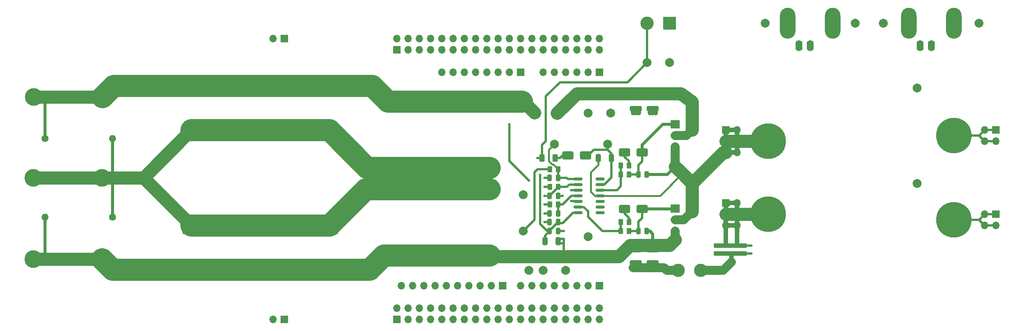
<source format=gbr>
%TF.GenerationSoftware,KiCad,Pcbnew,8.0.8*%
%TF.CreationDate,2025-01-31T18:41:33-06:00*%
%TF.ProjectId,ST2402,53543234-3032-42e6-9b69-6361645f7063,0*%
%TF.SameCoordinates,Original*%
%TF.FileFunction,Copper,L1,Top*%
%TF.FilePolarity,Positive*%
%FSLAX46Y46*%
G04 Gerber Fmt 4.6, Leading zero omitted, Abs format (unit mm)*
G04 Created by KiCad (PCBNEW 8.0.8) date 2025-01-31 18:41:33*
%MOMM*%
%LPD*%
G01*
G04 APERTURE LIST*
G04 Aperture macros list*
%AMRoundRect*
0 Rectangle with rounded corners*
0 $1 Rounding radius*
0 $2 $3 $4 $5 $6 $7 $8 $9 X,Y pos of 4 corners*
0 Add a 4 corners polygon primitive as box body*
4,1,4,$2,$3,$4,$5,$6,$7,$8,$9,$2,$3,0*
0 Add four circle primitives for the rounded corners*
1,1,$1+$1,$2,$3*
1,1,$1+$1,$4,$5*
1,1,$1+$1,$6,$7*
1,1,$1+$1,$8,$9*
0 Add four rect primitives between the rounded corners*
20,1,$1+$1,$2,$3,$4,$5,0*
20,1,$1+$1,$4,$5,$6,$7,0*
20,1,$1+$1,$6,$7,$8,$9,0*
20,1,$1+$1,$8,$9,$2,$3,0*%
G04 Aperture macros list end*
%TA.AperFunction,ComponentPad*%
%ADD10C,2.000000*%
%TD*%
%TA.AperFunction,SMDPad,CuDef*%
%ADD11RoundRect,0.250000X-0.262500X-0.450000X0.262500X-0.450000X0.262500X0.450000X-0.262500X0.450000X0*%
%TD*%
%TA.AperFunction,ComponentPad*%
%ADD12R,1.700000X1.700000*%
%TD*%
%TA.AperFunction,ComponentPad*%
%ADD13O,1.700000X1.700000*%
%TD*%
%TA.AperFunction,ComponentPad*%
%ADD14C,2.400000*%
%TD*%
%TA.AperFunction,SMDPad,CuDef*%
%ADD15RoundRect,0.250000X0.450000X-0.262500X0.450000X0.262500X-0.450000X0.262500X-0.450000X-0.262500X0*%
%TD*%
%TA.AperFunction,ComponentPad*%
%ADD16R,2.000000X1.905000*%
%TD*%
%TA.AperFunction,ComponentPad*%
%ADD17O,2.000000X1.905000*%
%TD*%
%TA.AperFunction,ComponentPad*%
%ADD18C,8.000000*%
%TD*%
%TA.AperFunction,SMDPad,CuDef*%
%ADD19RoundRect,0.250000X-0.250000X-0.475000X0.250000X-0.475000X0.250000X0.475000X-0.250000X0.475000X0*%
%TD*%
%TA.AperFunction,ComponentPad*%
%ADD20C,3.000000*%
%TD*%
%TA.AperFunction,SMDPad,CuDef*%
%ADD21RoundRect,0.250000X0.250000X0.475000X-0.250000X0.475000X-0.250000X-0.475000X0.250000X-0.475000X0*%
%TD*%
%TA.AperFunction,ComponentPad*%
%ADD22R,3.000000X3.000000*%
%TD*%
%TA.AperFunction,SMDPad,CuDef*%
%ADD23RoundRect,0.250000X0.262500X0.450000X-0.262500X0.450000X-0.262500X-0.450000X0.262500X-0.450000X0*%
%TD*%
%TA.AperFunction,SMDPad,CuDef*%
%ADD24RoundRect,0.250000X1.100000X-0.325000X1.100000X0.325000X-1.100000X0.325000X-1.100000X-0.325000X0*%
%TD*%
%TA.AperFunction,ComponentPad*%
%ADD25O,3.500000X7.000000*%
%TD*%
%TA.AperFunction,ComponentPad*%
%ADD26O,1.600000X2.500000*%
%TD*%
%TA.AperFunction,ComponentPad*%
%ADD27C,1.600000*%
%TD*%
%TA.AperFunction,ComponentPad*%
%ADD28O,1.600000X1.600000*%
%TD*%
%TA.AperFunction,SMDPad,CuDef*%
%ADD29RoundRect,0.250000X-1.000000X-0.650000X1.000000X-0.650000X1.000000X0.650000X-1.000000X0.650000X0*%
%TD*%
%TA.AperFunction,SMDPad,CuDef*%
%ADD30RoundRect,0.150000X-0.825000X-0.150000X0.825000X-0.150000X0.825000X0.150000X-0.825000X0.150000X0*%
%TD*%
%TA.AperFunction,ComponentPad*%
%ADD31R,4.000000X4.000000*%
%TD*%
%TA.AperFunction,ComponentPad*%
%ADD32C,4.000000*%
%TD*%
%TA.AperFunction,SMDPad,CuDef*%
%ADD33RoundRect,0.250000X1.000000X0.650000X-1.000000X0.650000X-1.000000X-0.650000X1.000000X-0.650000X0*%
%TD*%
%TA.AperFunction,SMDPad,CuDef*%
%ADD34RoundRect,0.250000X0.325000X0.650000X-0.325000X0.650000X-0.325000X-0.650000X0.325000X-0.650000X0*%
%TD*%
%TA.AperFunction,SMDPad,CuDef*%
%ADD35RoundRect,0.250000X-1.100000X0.325000X-1.100000X-0.325000X1.100000X-0.325000X1.100000X0.325000X0*%
%TD*%
%TA.AperFunction,SMDPad,CuDef*%
%ADD36RoundRect,0.250000X-0.325000X-0.650000X0.325000X-0.650000X0.325000X0.650000X-0.325000X0.650000X0*%
%TD*%
%TA.AperFunction,SMDPad,CuDef*%
%ADD37RoundRect,0.250000X-0.312500X-0.625000X0.312500X-0.625000X0.312500X0.625000X-0.312500X0.625000X0*%
%TD*%
%TA.AperFunction,ViaPad*%
%ADD38C,0.600000*%
%TD*%
%TA.AperFunction,ViaPad*%
%ADD39C,2.000000*%
%TD*%
%TA.AperFunction,Conductor*%
%ADD40C,0.500000*%
%TD*%
%TA.AperFunction,Conductor*%
%ADD41C,3.000000*%
%TD*%
%TA.AperFunction,Conductor*%
%ADD42C,5.000000*%
%TD*%
%TA.AperFunction,Conductor*%
%ADD43C,0.700000*%
%TD*%
%TA.AperFunction,Conductor*%
%ADD44C,2.000000*%
%TD*%
%TA.AperFunction,Conductor*%
%ADD45C,0.400000*%
%TD*%
%TA.AperFunction,Conductor*%
%ADD46C,1.000000*%
%TD*%
G04 APERTURE END LIST*
D10*
%TO.P,F2,1*%
%TO.N,FIX_B*%
X165735000Y-82550000D03*
%TO.P,F2,2*%
%TO.N,Net-(J16-Pin_1)*%
X160655000Y-82540000D03*
%TD*%
D11*
%TO.P,R18,1*%
%TO.N,5V*%
X152070000Y-99220000D03*
%TO.P,R18,2*%
%TO.N,SD*%
X153895000Y-99220000D03*
%TD*%
D12*
%TO.P,J11,1,Pin_1*%
%TO.N,Net-(J11-Pin_1)*%
X252750000Y-105430000D03*
D13*
%TO.P,J11,2,Pin_2*%
X250210000Y-105430000D03*
%TO.P,J11,3,Pin_3*%
X252750000Y-107970000D03*
%TO.P,J11,4,Pin_4*%
X250210000Y-107970000D03*
%TD*%
D14*
%TO.P,C16,1*%
%TO.N,Net-(J15-Pin_1)*%
X138430000Y-79890000D03*
%TO.P,C16,2*%
%TO.N,Net-(J16-Pin_1)*%
X138430000Y-94890000D03*
%TD*%
D15*
%TO.P,R3,1*%
%TO.N,Net-(J18-Pin_1)*%
X193818000Y-114300000D03*
%TO.P,R3,2*%
%TO.N,Net-(J19-In)*%
X193818000Y-112475000D03*
%TD*%
D10*
%TO.P,TP3,1,1*%
%TO.N,PWM*%
X147320000Y-118110000D03*
%TD*%
D16*
%TO.P,Q1,1,G*%
%TO.N,Net-(D1-A)*%
X180340000Y-85090000D03*
D17*
%TO.P,Q1,2,D*%
%TO.N,Net-(Q1-D)*%
X180340000Y-87630000D03*
%TO.P,Q1,3,S*%
%TO.N,FIX_A*%
X180340000Y-90170000D03*
%TD*%
D12*
%TO.P,J22,1,Pin_1*%
%TO.N,Net-(J19-In)*%
X191765000Y-102885000D03*
D13*
%TO.P,J22,2,Pin_2*%
X194305000Y-102885000D03*
%TO.P,J22,3,Pin_3*%
X191765000Y-105425000D03*
%TO.P,J22,4,Pin_4*%
X194305000Y-105425000D03*
%TO.P,J22,5,Pin_5*%
X191765000Y-107965000D03*
%TO.P,J22,6,Pin_6*%
X194305000Y-107965000D03*
%TD*%
D12*
%TO.P,J2,1,Pin_1*%
%TO.N,unconnected-(J2-Pin_1-Pad1)*%
X117475000Y-68275000D03*
D13*
%TO.P,J2,2,Pin_2*%
%TO.N,unconnected-(J2-Pin_2-Pad2)*%
X117475000Y-65735000D03*
%TO.P,J2,3,Pin_3*%
%TO.N,unconnected-(J2-Pin_3-Pad3)*%
X120015000Y-68275000D03*
%TO.P,J2,4,Pin_4*%
%TO.N,unconnected-(J2-Pin_4-Pad4)*%
X120015000Y-65735000D03*
%TO.P,J2,5,Pin_5*%
%TO.N,unconnected-(J2-Pin_5-Pad5)*%
X122555000Y-68275000D03*
%TO.P,J2,6,Pin_6*%
%TO.N,unconnected-(J2-Pin_6-Pad6)*%
X122555000Y-65735000D03*
%TO.P,J2,7,Pin_7*%
%TO.N,unconnected-(J2-Pin_7-Pad7)*%
X125095000Y-68275000D03*
%TO.P,J2,8,Pin_8*%
%TO.N,unconnected-(J2-Pin_8-Pad8)*%
X125095000Y-65735000D03*
%TO.P,J2,9,Pin_9*%
%TO.N,unconnected-(J2-Pin_9-Pad9)*%
X127635000Y-68275000D03*
%TO.P,J2,10,Pin_10*%
%TO.N,unconnected-(J2-Pin_10-Pad10)*%
X127635000Y-65735000D03*
%TO.P,J2,11,Pin_11*%
%TO.N,unconnected-(J2-Pin_11-Pad11)*%
X130175000Y-68275000D03*
%TO.P,J2,12,Pin_12*%
%TO.N,unconnected-(J2-Pin_12-Pad12)*%
X130175000Y-65735000D03*
%TO.P,J2,13,Pin_13*%
%TO.N,unconnected-(J2-Pin_13-Pad13)*%
X132715000Y-68275000D03*
%TO.P,J2,14,Pin_14*%
%TO.N,unconnected-(J2-Pin_14-Pad14)*%
X132715000Y-65735000D03*
%TO.P,J2,15,Pin_15*%
%TO.N,unconnected-(J2-Pin_15-Pad15)*%
X135255000Y-68275000D03*
%TO.P,J2,16,Pin_16*%
%TO.N,unconnected-(J2-Pin_16-Pad16)*%
X135255000Y-65735000D03*
%TO.P,J2,17,Pin_17*%
%TO.N,unconnected-(J2-Pin_17-Pad17)*%
X137795000Y-68275000D03*
%TO.P,J2,18,Pin_18*%
%TO.N,unconnected-(J2-Pin_18-Pad18)*%
X137795000Y-65735000D03*
%TO.P,J2,19,Pin_19*%
%TO.N,unconnected-(J2-Pin_19-Pad19)*%
X140335000Y-68275000D03*
%TO.P,J2,20,Pin_20*%
%TO.N,unconnected-(J2-Pin_20-Pad20)*%
X140335000Y-65735000D03*
%TO.P,J2,21,Pin_21*%
%TO.N,unconnected-(J2-Pin_21-Pad21)*%
X142875000Y-68275000D03*
%TO.P,J2,22,Pin_22*%
%TO.N,unconnected-(J2-Pin_22-Pad22)*%
X142875000Y-65735000D03*
%TO.P,J2,23,Pin_23*%
%TO.N,unconnected-(J2-Pin_23-Pad23)*%
X145415000Y-68275000D03*
%TO.P,J2,24,Pin_24*%
%TO.N,unconnected-(J2-Pin_24-Pad24)*%
X145415000Y-65735000D03*
%TO.P,J2,25,Pin_25*%
%TO.N,unconnected-(J2-Pin_25-Pad25)*%
X147955000Y-68275000D03*
%TO.P,J2,26,Pin_26*%
%TO.N,unconnected-(J2-Pin_26-Pad26)*%
X147955000Y-65735000D03*
%TO.P,J2,27,Pin_27*%
%TO.N,unconnected-(J2-Pin_27-Pad27)*%
X150495000Y-68275000D03*
%TO.P,J2,28,Pin_28*%
%TO.N,unconnected-(J2-Pin_28-Pad28)*%
X150495000Y-65735000D03*
%TO.P,J2,29,Pin_29*%
%TO.N,unconnected-(J2-Pin_29-Pad29)*%
X153035000Y-68275000D03*
%TO.P,J2,30,Pin_30*%
%TO.N,unconnected-(J2-Pin_30-Pad30)*%
X153035000Y-65735000D03*
%TO.P,J2,31,Pin_31*%
%TO.N,unconnected-(J2-Pin_31-Pad31)*%
X155575000Y-68275000D03*
%TO.P,J2,32,Pin_32*%
%TO.N,unconnected-(J2-Pin_32-Pad32)*%
X155575000Y-65735000D03*
%TO.P,J2,33,Pin_33*%
%TO.N,unconnected-(J2-Pin_33-Pad33)*%
X158115000Y-68275000D03*
%TO.P,J2,34,Pin_34*%
%TO.N,unconnected-(J2-Pin_34-Pad34)*%
X158115000Y-65735000D03*
%TO.P,J2,35,Pin_35*%
%TO.N,unconnected-(J2-Pin_35-Pad35)*%
X160655000Y-68275000D03*
%TO.P,J2,36,Pin_36*%
%TO.N,unconnected-(J2-Pin_36-Pad36)*%
X160655000Y-65735000D03*
%TO.P,J2,37,Pin_37*%
%TO.N,unconnected-(J2-Pin_37-Pad37)*%
X163195000Y-68275000D03*
%TO.P,J2,38,Pin_38*%
%TO.N,unconnected-(J2-Pin_38-Pad38)*%
X163195000Y-65735000D03*
%TD*%
D12*
%TO.P,J12,1,Pin_1*%
%TO.N,Net-(J12-Pin_1)*%
X252750000Y-86380000D03*
D13*
%TO.P,J12,2,Pin_2*%
X250210000Y-86380000D03*
%TO.P,J12,3,Pin_3*%
X252750000Y-88920000D03*
%TO.P,J12,4,Pin_4*%
X250210000Y-88920000D03*
%TD*%
D12*
%TO.P,J4,1,Pin_1*%
%TO.N,unconnected-(J4-Pin_1-Pad1)*%
X145415000Y-73355000D03*
D13*
%TO.P,J4,2,Pin_2*%
%TO.N,unconnected-(J4-Pin_2-Pad2)*%
X142875000Y-73355000D03*
%TO.P,J4,3,Pin_3*%
%TO.N,GND*%
X140335000Y-73355000D03*
%TO.P,J4,4,Pin_4*%
%TO.N,5V*%
X137795000Y-73355000D03*
%TO.P,J4,5,Pin_5*%
%TO.N,unconnected-(J4-Pin_5-Pad5)*%
X135255000Y-73355000D03*
%TO.P,J4,6,Pin_6*%
%TO.N,unconnected-(J4-Pin_6-Pad6)*%
X132715000Y-73355000D03*
%TO.P,J4,7,Pin_7*%
%TO.N,unconnected-(J4-Pin_7-Pad7)*%
X130175000Y-73355000D03*
%TO.P,J4,8,Pin_8*%
%TO.N,unconnected-(J4-Pin_8-Pad8)*%
X127635000Y-73355000D03*
%TD*%
D18*
%TO.P,TP18,1,1*%
%TO.N,Net-(J12-Pin_1)*%
X243205000Y-87630000D03*
%TD*%
D19*
%TO.P,C8,1*%
%TO.N,Net-(D1-A)*%
X171995000Y-96425000D03*
%TO.P,C8,2*%
%TO.N,FIX_A*%
X173895000Y-96425000D03*
%TD*%
D11*
%TO.P,R21,1*%
%TO.N,Net-(U1-HVG)*%
X168055000Y-94425000D03*
%TO.P,R21,2*%
%TO.N,Net-(D1-K)*%
X169880000Y-94425000D03*
%TD*%
D20*
%TO.P,J14,1,Pin_1*%
%TO.N,FIX_B*%
X180975000Y-118110000D03*
%TD*%
D21*
%TO.P,C3,1*%
%TO.N,Net-(J9-Pin_2)*%
X153895000Y-107220000D03*
%TO.P,C3,2*%
%TO.N,GND*%
X151995000Y-107220000D03*
%TD*%
D22*
%TO.P,J9,1,Pin_1*%
%TO.N,GND*%
X179070000Y-62230000D03*
D20*
%TO.P,J9,2,Pin_2*%
%TO.N,Net-(J9-Pin_2)*%
X173990000Y-62230000D03*
%TD*%
D14*
%TO.P,C12,1*%
%TO.N,Net-(J15-Pin_1)*%
X126365000Y-79890000D03*
%TO.P,C12,2*%
%TO.N,Net-(J16-Pin_1)*%
X126365000Y-94890000D03*
%TD*%
D19*
%TO.P,C6,1*%
%TO.N,SD*%
X151995000Y-101220000D03*
%TO.P,C6,2*%
%TO.N,GND*%
X153895000Y-101220000D03*
%TD*%
D10*
%TO.P,TP6,1,1*%
%TO.N,FIX_A*%
X184150000Y-97790000D03*
%TD*%
D21*
%TO.P,C1,1*%
%TO.N,Net-(U1-IN)*%
X153895000Y-97220000D03*
%TO.P,C1,2*%
%TO.N,GND*%
X151995000Y-97220000D03*
%TD*%
D10*
%TO.P,F1,1*%
%TO.N,Net-(Q1-D)*%
X153670000Y-82560000D03*
%TO.P,F1,2*%
%TO.N,Net-(J15-Pin_1)*%
X148590000Y-82550000D03*
%TD*%
D11*
%TO.P,R23,1*%
%TO.N,Net-(U1-HVG)*%
X168055000Y-96425000D03*
%TO.P,R23,2*%
%TO.N,Net-(D1-A)*%
X169880000Y-96425000D03*
%TD*%
D23*
%TO.P,R19,1*%
%TO.N,Net-(U1-DT)*%
X153895000Y-103220000D03*
%TO.P,R19,2*%
%TO.N,GND*%
X152070000Y-103220000D03*
%TD*%
D24*
%TO.P,C19,1*%
%TO.N,FIX_B*%
X171450000Y-116410000D03*
%TO.P,C19,2*%
%TO.N,GND*%
X171450000Y-113460000D03*
%TD*%
D25*
%TO.P,J19,2,Ext*%
%TO.N,Net-(J18-Pin_1)*%
X215900000Y-62230000D03*
D26*
X208280000Y-67310000D03*
D25*
X205740000Y-62230000D03*
D26*
%TO.P,J19,1,In*%
%TO.N,Net-(J19-In)*%
X210820000Y-67310000D03*
%TD*%
D23*
%TO.P,R22,1*%
%TO.N,Net-(D2-K)*%
X169895000Y-107220000D03*
%TO.P,R22,2*%
%TO.N,Net-(U1-LVG)*%
X168070000Y-107220000D03*
%TD*%
D27*
%TO.P,R9,1*%
%TO.N,Net-(J15-Pin_1)*%
X38100000Y-88265000D03*
D28*
%TO.P,R9,2*%
%TO.N,Net-(J16-Pin_1)*%
X53340000Y-88265000D03*
%TD*%
D19*
%TO.P,C4,1*%
%TO.N,Net-(J9-Pin_2)*%
X151995000Y-109220000D03*
%TO.P,C4,2*%
%TO.N,GND*%
X153895000Y-109220000D03*
%TD*%
D29*
%TO.P,D2,1,K*%
%TO.N,Net-(D2-K)*%
X168895000Y-104220000D03*
%TO.P,D2,2,A*%
%TO.N,Net-(D2-A)*%
X172895000Y-104220000D03*
%TD*%
D25*
%TO.P,J13,2,Ext*%
%TO.N,Net-(J12-Pin_1)*%
X243205000Y-62230000D03*
D26*
X235585000Y-67310000D03*
D25*
X233045000Y-62230000D03*
D26*
%TO.P,J13,1,In*%
%TO.N,Net-(J11-Pin_1)*%
X238125000Y-67310000D03*
%TD*%
D18*
%TO.P,TP17,1,1*%
%TO.N,Net-(J19-In)*%
X201295000Y-105410000D03*
%TD*%
D30*
%TO.P,U1,1,IN*%
%TO.N,Net-(U1-IN)*%
X158420000Y-97410000D03*
%TO.P,U1,2,~{SD}*%
%TO.N,SD*%
X158420000Y-98680000D03*
%TO.P,U1,3,SGND*%
%TO.N,GND*%
X158420000Y-99950000D03*
%TO.P,U1,4,DT*%
%TO.N,Net-(U1-DT)*%
X158420000Y-101220000D03*
%TO.P,U1,5,PGND*%
%TO.N,GND*%
X158420000Y-102490000D03*
%TO.P,U1,6,LVG*%
%TO.N,Net-(U1-LVG)*%
X158420000Y-103760000D03*
%TO.P,U1,7,VCC*%
%TO.N,Net-(J9-Pin_2)*%
X158420000Y-105030000D03*
%TO.P,U1,8,NC*%
%TO.N,unconnected-(U1-NC-Pad8)*%
X163370000Y-105030000D03*
%TO.P,U1,9,NC*%
%TO.N,unconnected-(U1-NC-Pad9)*%
X163370000Y-103760000D03*
%TO.P,U1,10,NC*%
%TO.N,unconnected-(U1-NC-Pad10)*%
X163370000Y-102490000D03*
%TO.P,U1,11,OUT*%
%TO.N,FIX_A*%
X163370000Y-101220000D03*
%TO.P,U1,12,HVG*%
%TO.N,Net-(U1-HVG)*%
X163370000Y-99950000D03*
%TO.P,U1,13,BOOT*%
%TO.N,Net-(D3-K)*%
X163370000Y-98680000D03*
%TO.P,U1,14,NC*%
%TO.N,unconnected-(U1-NC-Pad14)*%
X163370000Y-97410000D03*
%TD*%
D10*
%TO.P,TP14,1,1*%
%TO.N,Net-(J19-In)*%
X200660000Y-62230000D03*
%TD*%
D31*
%TO.P,C14,1*%
%TO.N,Net-(J16-Pin_1)*%
X102235000Y-107950000D03*
D32*
%TO.P,C14,2*%
%TO.N,GND*%
X102235000Y-117950000D03*
%TD*%
D12*
%TO.P,J1,1,Pin_1*%
%TO.N,unconnected-(J1-Pin_1-Pad1)*%
X117475000Y-129185000D03*
D13*
%TO.P,J1,2,Pin_2*%
%TO.N,unconnected-(J1-Pin_2-Pad2)*%
X117475000Y-126645000D03*
%TO.P,J1,3,Pin_3*%
%TO.N,unconnected-(J1-Pin_3-Pad3)*%
X120015000Y-129185000D03*
%TO.P,J1,4,Pin_4*%
%TO.N,unconnected-(J1-Pin_4-Pad4)*%
X120015000Y-126645000D03*
%TO.P,J1,5,Pin_5*%
%TO.N,unconnected-(J1-Pin_5-Pad5)*%
X122555000Y-129185000D03*
%TO.P,J1,6,Pin_6*%
%TO.N,unconnected-(J1-Pin_6-Pad6)*%
X122555000Y-126645000D03*
%TO.P,J1,7,Pin_7*%
%TO.N,unconnected-(J1-Pin_7-Pad7)*%
X125095000Y-129185000D03*
%TO.P,J1,8,Pin_8*%
%TO.N,unconnected-(J1-Pin_8-Pad8)*%
X125095000Y-126645000D03*
%TO.P,J1,9,Pin_9*%
%TO.N,unconnected-(J1-Pin_9-Pad9)*%
X127635000Y-129185000D03*
%TO.P,J1,10,Pin_10*%
%TO.N,unconnected-(J1-Pin_10-Pad10)*%
X127635000Y-126645000D03*
%TO.P,J1,11,Pin_11*%
%TO.N,unconnected-(J1-Pin_11-Pad11)*%
X130175000Y-129185000D03*
%TO.P,J1,12,Pin_12*%
%TO.N,unconnected-(J1-Pin_12-Pad12)*%
X130175000Y-126645000D03*
%TO.P,J1,13,Pin_13*%
%TO.N,unconnected-(J1-Pin_13-Pad13)*%
X132715000Y-129185000D03*
%TO.P,J1,14,Pin_14*%
%TO.N,unconnected-(J1-Pin_14-Pad14)*%
X132715000Y-126645000D03*
%TO.P,J1,15,Pin_15*%
%TO.N,unconnected-(J1-Pin_15-Pad15)*%
X135255000Y-129185000D03*
%TO.P,J1,16,Pin_16*%
%TO.N,unconnected-(J1-Pin_16-Pad16)*%
X135255000Y-126645000D03*
%TO.P,J1,17,Pin_17*%
%TO.N,unconnected-(J1-Pin_17-Pad17)*%
X137795000Y-129185000D03*
%TO.P,J1,18,Pin_18*%
%TO.N,unconnected-(J1-Pin_18-Pad18)*%
X137795000Y-126645000D03*
%TO.P,J1,19,Pin_19*%
%TO.N,unconnected-(J1-Pin_19-Pad19)*%
X140335000Y-129185000D03*
%TO.P,J1,20,Pin_20*%
%TO.N,unconnected-(J1-Pin_20-Pad20)*%
X140335000Y-126645000D03*
%TO.P,J1,21,Pin_21*%
%TO.N,unconnected-(J1-Pin_21-Pad21)*%
X142875000Y-129185000D03*
%TO.P,J1,22,Pin_22*%
%TO.N,unconnected-(J1-Pin_22-Pad22)*%
X142875000Y-126645000D03*
%TO.P,J1,23,Pin_23*%
%TO.N,unconnected-(J1-Pin_23-Pad23)*%
X145415000Y-129185000D03*
%TO.P,J1,24,Pin_24*%
%TO.N,unconnected-(J1-Pin_24-Pad24)*%
X145415000Y-126645000D03*
%TO.P,J1,25,Pin_25*%
%TO.N,unconnected-(J1-Pin_25-Pad25)*%
X147955000Y-129185000D03*
%TO.P,J1,26,Pin_26*%
%TO.N,unconnected-(J1-Pin_26-Pad26)*%
X147955000Y-126645000D03*
%TO.P,J1,27,Pin_27*%
%TO.N,unconnected-(J1-Pin_27-Pad27)*%
X150495000Y-129185000D03*
%TO.P,J1,28,Pin_28*%
%TO.N,unconnected-(J1-Pin_28-Pad28)*%
X150495000Y-126645000D03*
%TO.P,J1,29,Pin_29*%
%TO.N,unconnected-(J1-Pin_29-Pad29)*%
X153035000Y-129185000D03*
%TO.P,J1,30,Pin_30*%
%TO.N,unconnected-(J1-Pin_30-Pad30)*%
X153035000Y-126645000D03*
%TO.P,J1,31,Pin_31*%
%TO.N,unconnected-(J1-Pin_31-Pad31)*%
X155575000Y-129185000D03*
%TO.P,J1,32,Pin_32*%
%TO.N,unconnected-(J1-Pin_32-Pad32)*%
X155575000Y-126645000D03*
%TO.P,J1,33,Pin_33*%
%TO.N,unconnected-(J1-Pin_33-Pad33)*%
X158115000Y-129185000D03*
%TO.P,J1,34,Pin_34*%
%TO.N,unconnected-(J1-Pin_34-Pad34)*%
X158115000Y-126645000D03*
%TO.P,J1,35,Pin_35*%
%TO.N,unconnected-(J1-Pin_35-Pad35)*%
X160655000Y-129185000D03*
%TO.P,J1,36,Pin_36*%
%TO.N,unconnected-(J1-Pin_36-Pad36)*%
X160655000Y-126645000D03*
%TO.P,J1,37,Pin_37*%
%TO.N,unconnected-(J1-Pin_37-Pad37)*%
X163195000Y-129185000D03*
%TO.P,J1,38,Pin_38*%
%TO.N,unconnected-(J1-Pin_38-Pad38)*%
X163195000Y-126645000D03*
%TD*%
D11*
%TO.P,R24,1*%
%TO.N,Net-(U1-LVG)*%
X168070000Y-109220000D03*
%TO.P,R24,2*%
%TO.N,Net-(D2-A)*%
X169895000Y-109220000D03*
%TD*%
D33*
%TO.P,D3,1,K*%
%TO.N,Net-(D3-K)*%
X160115000Y-92075000D03*
%TO.P,D3,2,A*%
%TO.N,Net-(D3-A)*%
X156115000Y-92075000D03*
%TD*%
D10*
%TO.P,TP12,1,1*%
%TO.N,GND*%
X179070000Y-71120000D03*
%TD*%
D31*
%TO.P,C10,1*%
%TO.N,Net-(J15-Pin_1)*%
X71120000Y-76360000D03*
D32*
%TO.P,C10,2*%
%TO.N,Net-(J16-Pin_1)*%
X71120000Y-86360000D03*
%TD*%
D12*
%TO.P,J8,1,Pin_1*%
%TO.N,unconnected-(J8-Pin_1-Pad1)*%
X92075000Y-65659000D03*
D13*
%TO.P,J8,2,Pin_2*%
%TO.N,unconnected-(J8-Pin_2-Pad2)*%
X89535000Y-65659000D03*
%TD*%
D34*
%TO.P,C7,1*%
%TO.N,Net-(D3-K)*%
X165940000Y-92710000D03*
%TO.P,C7,2*%
%TO.N,FIX_A*%
X162990000Y-92710000D03*
%TD*%
D10*
%TO.P,TP8,1,1*%
%TO.N,Net-(J9-Pin_2)*%
X173990000Y-71120000D03*
%TD*%
D24*
%TO.P,C21,1*%
%TO.N,FIX_B*%
X175260000Y-116410000D03*
%TO.P,C21,2*%
%TO.N,GND*%
X175260000Y-113460000D03*
%TD*%
D12*
%TO.P,J6,1,Pin_1*%
%TO.N,unconnected-(J6-Pin_1-Pad1)*%
X141395000Y-121585000D03*
D13*
%TO.P,J6,2,Pin_2*%
%TO.N,unconnected-(J6-Pin_2-Pad2)*%
X138855000Y-121585000D03*
%TO.P,J6,3,Pin_3*%
%TO.N,unconnected-(J6-Pin_3-Pad3)*%
X136315000Y-121585000D03*
%TO.P,J6,4,Pin_4*%
%TO.N,unconnected-(J6-Pin_4-Pad4)*%
X133775000Y-121585000D03*
%TO.P,J6,5,Pin_5*%
%TO.N,unconnected-(J6-Pin_5-Pad5)*%
X131235000Y-121585000D03*
%TO.P,J6,6,Pin_6*%
%TO.N,unconnected-(J6-Pin_6-Pad6)*%
X128695000Y-121585000D03*
%TO.P,J6,7,Pin_7*%
%TO.N,unconnected-(J6-Pin_7-Pad7)*%
X126155000Y-121585000D03*
%TO.P,J6,8,Pin_8*%
%TO.N,unconnected-(J6-Pin_8-Pad8)*%
X123615000Y-121585000D03*
%TO.P,J6,9,Pin_9*%
%TO.N,unconnected-(J6-Pin_9-Pad9)*%
X121075000Y-121585000D03*
%TO.P,J6,10,Pin_10*%
%TO.N,unconnected-(J6-Pin_10-Pad10)*%
X118535000Y-121585000D03*
%TD*%
D10*
%TO.P,TP5,1,1*%
%TO.N,SD*%
X146050000Y-100965000D03*
%TD*%
%TO.P,TP2,1,1*%
%TO.N,Net-(J3-Pin_6)*%
X150495000Y-118110000D03*
%TD*%
D15*
%TO.P,R1,1*%
%TO.N,Net-(J18-Pin_1)*%
X189738000Y-114300000D03*
%TO.P,R1,2*%
%TO.N,Net-(J19-In)*%
X189738000Y-112475000D03*
%TD*%
D10*
%TO.P,TP4,1,1*%
%TO.N,PWM*%
X146050000Y-109220000D03*
%TD*%
D35*
%TO.P,C20,1*%
%TO.N,Net-(Q1-D)*%
X175260000Y-78535000D03*
%TO.P,C20,2*%
%TO.N,FIX_B*%
X175260000Y-81485000D03*
%TD*%
D10*
%TO.P,TP9,1,1*%
%TO.N,Net-(U1-IN)*%
X153035000Y-89535000D03*
%TD*%
D15*
%TO.P,R4,1*%
%TO.N,Net-(J18-Pin_1)*%
X195818000Y-114300000D03*
%TO.P,R4,2*%
%TO.N,Net-(J19-In)*%
X195818000Y-112475000D03*
%TD*%
D35*
%TO.P,C18,1*%
%TO.N,Net-(Q1-D)*%
X171450000Y-78535000D03*
%TO.P,C18,2*%
%TO.N,FIX_B*%
X171450000Y-81485000D03*
%TD*%
D20*
%TO.P,J18,1,Pin_1*%
%TO.N,Net-(J18-Pin_1)*%
X186055000Y-118110000D03*
%TD*%
D32*
%TO.P,J16,1,Pin_1*%
%TO.N,Net-(J16-Pin_1)*%
X50930000Y-97155000D03*
X35430000Y-97155000D03*
%TD*%
D23*
%TO.P,R17,1*%
%TO.N,Net-(U1-IN)*%
X153895000Y-95220000D03*
%TO.P,R17,2*%
%TO.N,PWM*%
X152070000Y-95220000D03*
%TD*%
D10*
%TO.P,TP7,1,1*%
%TO.N,Net-(D3-K)*%
X165100000Y-89535000D03*
%TD*%
D21*
%TO.P,C5,1*%
%TO.N,Net-(U1-DT)*%
X153895000Y-105220000D03*
%TO.P,C5,2*%
%TO.N,GND*%
X151995000Y-105220000D03*
%TD*%
D10*
%TO.P,TP11,1,1*%
%TO.N,GND*%
X160655000Y-110490000D03*
%TD*%
D16*
%TO.P,Q2,1,G*%
%TO.N,Net-(D2-A)*%
X180340000Y-104140000D03*
D17*
%TO.P,Q2,2,D*%
%TO.N,FIX_A*%
X180340000Y-106680000D03*
%TO.P,Q2,3,S*%
%TO.N,GND*%
X180340000Y-109220000D03*
%TD*%
D12*
%TO.P,J5,1,Pin_1*%
%TO.N,unconnected-(J5-Pin_1-Pad1)*%
X163195000Y-73355000D03*
D13*
%TO.P,J5,2,Pin_2*%
%TO.N,unconnected-(J5-Pin_2-Pad2)*%
X160655000Y-73355000D03*
%TO.P,J5,3,Pin_3*%
%TO.N,unconnected-(J5-Pin_3-Pad3)*%
X158115000Y-73355000D03*
%TO.P,J5,4,Pin_4*%
%TO.N,unconnected-(J5-Pin_4-Pad4)*%
X155575000Y-73355000D03*
%TO.P,J5,5,Pin_5*%
%TO.N,unconnected-(J5-Pin_5-Pad5)*%
X153035000Y-73355000D03*
%TO.P,J5,6,Pin_6*%
%TO.N,unconnected-(J5-Pin_6-Pad6)*%
X150495000Y-73355000D03*
%TD*%
D10*
%TO.P,TP1,1,1*%
%TO.N,SD*%
X155575000Y-118110000D03*
%TD*%
D18*
%TO.P,TP16,1,1*%
%TO.N,FIX_A*%
X201295000Y-88900000D03*
%TD*%
D27*
%TO.P,R10,1*%
%TO.N,Net-(J16-Pin_1)*%
X53340000Y-106045000D03*
D28*
%TO.P,R10,2*%
%TO.N,GND*%
X38100000Y-106045000D03*
%TD*%
D29*
%TO.P,D1,1,K*%
%TO.N,Net-(D1-K)*%
X168880000Y-91425000D03*
%TO.P,D1,2,A*%
%TO.N,Net-(D1-A)*%
X172880000Y-91425000D03*
%TD*%
D19*
%TO.P,C9,1*%
%TO.N,Net-(D2-A)*%
X171995000Y-109220000D03*
%TO.P,C9,2*%
%TO.N,GND*%
X173895000Y-109220000D03*
%TD*%
D36*
%TO.P,C2,1*%
%TO.N,Net-(J9-Pin_2)*%
X150920000Y-111470000D03*
%TO.P,C2,2*%
%TO.N,GND*%
X153870000Y-111470000D03*
%TD*%
D32*
%TO.P,J17,1,Pin_1*%
%TO.N,GND*%
X50930000Y-115570000D03*
X35430000Y-115570000D03*
%TD*%
%TO.P,J15,1,Pin_1*%
%TO.N,Net-(J15-Pin_1)*%
X51060000Y-78900000D03*
X35560000Y-78900000D03*
%TD*%
D10*
%TO.P,TP15,1,1*%
%TO.N,Net-(J18-Pin_1)*%
X220980000Y-62230000D03*
%TD*%
%TO.P,TP13,1,1*%
%TO.N,Net-(J12-Pin_1)*%
X248920000Y-62230000D03*
%TD*%
D14*
%TO.P,C17,1*%
%TO.N,Net-(J16-Pin_1)*%
X138430000Y-99695000D03*
%TO.P,C17,2*%
%TO.N,GND*%
X138430000Y-114695000D03*
%TD*%
D31*
%TO.P,C13,1*%
%TO.N,Net-(J16-Pin_1)*%
X71120000Y-107950000D03*
D32*
%TO.P,C13,2*%
%TO.N,GND*%
X71120000Y-117950000D03*
%TD*%
D12*
%TO.P,J7,1,Pin_1*%
%TO.N,unconnected-(J7-Pin_1-Pad1)*%
X92075000Y-129185000D03*
D13*
%TO.P,J7,2,Pin_2*%
%TO.N,unconnected-(J7-Pin_2-Pad2)*%
X89535000Y-129185000D03*
%TD*%
D14*
%TO.P,C15,1*%
%TO.N,Net-(J16-Pin_1)*%
X126365000Y-99695000D03*
%TO.P,C15,2*%
%TO.N,GND*%
X126365000Y-114695000D03*
%TD*%
D12*
%TO.P,J3,1,Pin_1*%
%TO.N,unconnected-(J3-Pin_1-Pad1)*%
X163195000Y-121585000D03*
D13*
%TO.P,J3,2,Pin_2*%
%TO.N,unconnected-(J3-Pin_2-Pad2)*%
X160655000Y-121585000D03*
%TO.P,J3,3,Pin_3*%
%TO.N,unconnected-(J3-Pin_3-Pad3)*%
X158115000Y-121585000D03*
%TO.P,J3,4,Pin_4*%
%TO.N,SD*%
X155575000Y-121585000D03*
%TO.P,J3,5,Pin_5*%
%TO.N,unconnected-(J3-Pin_5-Pad5)*%
X153035000Y-121585000D03*
%TO.P,J3,6,Pin_6*%
%TO.N,Net-(J3-Pin_6)*%
X150495000Y-121585000D03*
%TO.P,J3,7,Pin_7*%
%TO.N,PWM*%
X147955000Y-121585000D03*
%TO.P,J3,8,Pin_8*%
%TO.N,unconnected-(J3-Pin_8-Pad8)*%
X145415000Y-121585000D03*
%TD*%
D37*
%TO.P,R20,1*%
%TO.N,Net-(J9-Pin_2)*%
X150302500Y-92710000D03*
%TO.P,R20,2*%
%TO.N,Net-(D3-A)*%
X153227500Y-92710000D03*
%TD*%
D12*
%TO.P,J21,1,Pin_1*%
%TO.N,FIX_A*%
X191770000Y-86360000D03*
D13*
%TO.P,J21,2,Pin_2*%
X194310000Y-86360000D03*
%TO.P,J21,3,Pin_3*%
X191770000Y-88900000D03*
%TO.P,J21,4,Pin_4*%
X194310000Y-88900000D03*
%TO.P,J21,5,Pin_5*%
X191770000Y-91440000D03*
%TO.P,J21,6,Pin_6*%
X194310000Y-91440000D03*
%TD*%
D18*
%TO.P,TP19,1,1*%
%TO.N,Net-(J11-Pin_1)*%
X243205000Y-106680000D03*
%TD*%
D10*
%TO.P,TP10,1,1*%
%TO.N,Net-(J11-Pin_1)*%
X227330000Y-62230000D03*
%TD*%
D15*
%TO.P,R2,1*%
%TO.N,Net-(J18-Pin_1)*%
X191818000Y-114300000D03*
%TO.P,R2,2*%
%TO.N,Net-(J19-In)*%
X191818000Y-112475000D03*
%TD*%
D31*
%TO.P,C11,1*%
%TO.N,Net-(J15-Pin_1)*%
X102235000Y-76360000D03*
D32*
%TO.P,C11,2*%
%TO.N,Net-(J16-Pin_1)*%
X102235000Y-86360000D03*
%TD*%
D38*
%TO.N,5V*%
X150876000Y-99187000D03*
X147320000Y-97790000D03*
X142875000Y-85090000D03*
%TO.N,GND*%
X150895000Y-105220000D03*
X155145000Y-109220000D03*
X156895000Y-102470000D03*
X150895000Y-103220000D03*
X150895000Y-107220000D03*
X150895000Y-97220000D03*
X155145000Y-111970000D03*
X156895000Y-99970000D03*
X155145000Y-110970000D03*
X154940000Y-101220000D03*
%TO.N,Net-(J9-Pin_2)*%
X149225000Y-92710000D03*
X149860000Y-96520000D03*
%TO.N,SD*%
X150876000Y-101219000D03*
%TO.N,FIX_B*%
X170815000Y-82550000D03*
X175260000Y-117475000D03*
X175260000Y-82550000D03*
X174625000Y-117475000D03*
X175895000Y-82550000D03*
X171450000Y-117475000D03*
X175895000Y-117475000D03*
X174625000Y-82550000D03*
X172085000Y-117475000D03*
X171450000Y-82550000D03*
X172085000Y-82550000D03*
X170815000Y-117475000D03*
D39*
%TO.N,Net-(J11-Pin_1)*%
X234950000Y-98425000D03*
X234950000Y-76835000D03*
D38*
%TO.N,Net-(J18-Pin_1)*%
X197485000Y-114300000D03*
X196850000Y-114300000D03*
%TO.N,Net-(J19-In)*%
X197485000Y-112475000D03*
X196850000Y-112475000D03*
%TD*%
D40*
%TO.N,5V*%
X152037000Y-99187000D02*
X152070000Y-99220000D01*
X150876000Y-99187000D02*
X152037000Y-99187000D01*
X142875000Y-93345000D02*
X147320000Y-97790000D01*
X142875000Y-85090000D02*
X142875000Y-93345000D01*
%TO.N,GND*%
X150895000Y-107220000D02*
X151995000Y-107220000D01*
D41*
X35430000Y-115570000D02*
X38100000Y-115570000D01*
D42*
X126365000Y-114695000D02*
X138430000Y-114695000D01*
D40*
X155145000Y-110970000D02*
X155145000Y-114730000D01*
D41*
X138430000Y-114935000D02*
X154940000Y-114935000D01*
D40*
X156895000Y-99970000D02*
X158400000Y-99970000D01*
X154370000Y-110970000D02*
X153870000Y-111470000D01*
D43*
X175260000Y-109855000D02*
X175260000Y-113030000D01*
D40*
X155145000Y-111970000D02*
X154370000Y-111970000D01*
X155145000Y-114730000D02*
X154940000Y-114935000D01*
D43*
X38100000Y-106045000D02*
X38100000Y-115570000D01*
D42*
X71120000Y-117950000D02*
X53310000Y-117950000D01*
D40*
X158400000Y-99970000D02*
X158420000Y-99950000D01*
D42*
X111285000Y-117950000D02*
X102235000Y-117950000D01*
X114540000Y-114695000D02*
X111285000Y-117950000D01*
D41*
X154940000Y-114935000D02*
X167640000Y-114935000D01*
D42*
X102235000Y-117950000D02*
X71120000Y-117950000D01*
D40*
X158400000Y-102470000D02*
X158420000Y-102490000D01*
X154370000Y-111970000D02*
X153870000Y-111470000D01*
X150895000Y-103220000D02*
X152070000Y-103220000D01*
D41*
X167640000Y-114935000D02*
X170180000Y-112395000D01*
X170180000Y-112395000D02*
X179070000Y-112395000D01*
X179070000Y-112395000D02*
X180340000Y-111125000D01*
D43*
X173895000Y-109220000D02*
X174625000Y-109220000D01*
D40*
X150895000Y-97220000D02*
X151995000Y-97220000D01*
D44*
X180340000Y-111125000D02*
X180340000Y-109220000D01*
D42*
X53310000Y-117950000D02*
X50930000Y-115570000D01*
D41*
X38100000Y-115570000D02*
X50930000Y-115570000D01*
D40*
X156895000Y-102470000D02*
X158400000Y-102470000D01*
X155145000Y-110970000D02*
X154370000Y-110970000D01*
X150895000Y-105220000D02*
X151995000Y-105220000D01*
X155145000Y-109220000D02*
X153895000Y-109220000D01*
D43*
X174625000Y-109220000D02*
X175260000Y-109855000D01*
D45*
X154940000Y-101220000D02*
X153895000Y-101220000D01*
D42*
X126365000Y-114695000D02*
X114540000Y-114695000D01*
D45*
%TO.N,Net-(U1-IN)*%
X151765000Y-93345000D02*
X152540000Y-94120000D01*
D40*
X153895000Y-95220000D02*
X153895000Y-97220000D01*
D45*
X152540000Y-94120000D02*
X152795000Y-94120000D01*
X153035000Y-89535000D02*
X151765000Y-90805000D01*
D40*
X158420000Y-97410000D02*
X156085000Y-97410000D01*
X155895000Y-97220000D02*
X153895000Y-97220000D01*
D45*
X152795000Y-94120000D02*
X153895000Y-95220000D01*
D40*
X156085000Y-97410000D02*
X155895000Y-97220000D01*
D45*
X151765000Y-90805000D02*
X151765000Y-93345000D01*
D40*
%TO.N,Net-(J9-Pin_2)*%
X151130000Y-78740000D02*
X154305000Y-75565000D01*
X150302500Y-92710000D02*
X150302500Y-89727500D01*
X149860000Y-99060000D02*
X149860000Y-107585000D01*
X150920000Y-111470000D02*
X150920000Y-110295000D01*
X151130000Y-88900000D02*
X151130000Y-78740000D01*
X151995000Y-109120000D02*
X153895000Y-107220000D01*
X173990000Y-71120000D02*
X173990000Y-62230000D01*
X150302500Y-92710000D02*
X149225000Y-92710000D01*
X149860000Y-96520000D02*
X149860000Y-99060000D01*
D43*
X150302500Y-92710000D02*
X150075000Y-92710000D01*
D40*
X149860000Y-107585000D02*
X151495000Y-109220000D01*
X150920000Y-110295000D02*
X151995000Y-109220000D01*
X154305000Y-75565000D02*
X169545000Y-75565000D01*
X154895000Y-107470000D02*
X154370000Y-107470000D01*
X158420000Y-105030000D02*
X157335000Y-105030000D01*
X150302500Y-89727500D02*
X151130000Y-88900000D01*
X169545000Y-75565000D02*
X173990000Y-71120000D01*
X157335000Y-105030000D02*
X154895000Y-107470000D01*
%TO.N,Net-(U1-DT)*%
X154895000Y-103220000D02*
X153895000Y-103220000D01*
X156895000Y-101220000D02*
X154895000Y-103220000D01*
X153895000Y-103220000D02*
X153895000Y-105220000D01*
X158420000Y-101220000D02*
X156895000Y-101220000D01*
%TO.N,SD*%
X153895000Y-99320000D02*
X151995000Y-101220000D01*
X158420000Y-98680000D02*
X156435000Y-98680000D01*
D45*
X151994000Y-101219000D02*
X151995000Y-101220000D01*
D40*
X156435000Y-98680000D02*
X155895000Y-99220000D01*
X153895000Y-99220000D02*
X153895000Y-99320000D01*
X155565000Y-121890000D02*
X155575000Y-121900000D01*
D45*
X150876000Y-101219000D02*
X151994000Y-101219000D01*
D40*
X155895000Y-99220000D02*
X153895000Y-99220000D01*
%TO.N,Net-(D3-K)*%
X165100000Y-90805000D02*
X165100000Y-89535000D01*
X163370000Y-98680000D02*
X164344999Y-98680000D01*
X164344999Y-98680000D02*
X165940000Y-97084999D01*
X160115000Y-92075000D02*
X160655000Y-92075000D01*
X165940000Y-97084999D02*
X165940000Y-92710000D01*
X165100000Y-90805000D02*
X165940000Y-91645000D01*
X160655000Y-92075000D02*
X161925000Y-90805000D01*
X161925000Y-90805000D02*
X165100000Y-90805000D01*
X165940000Y-91645000D02*
X165940000Y-92710000D01*
D43*
%TO.N,Net-(D1-A)*%
X172880000Y-89755000D02*
X177545000Y-85090000D01*
D40*
X172880000Y-93410000D02*
X172895000Y-93425000D01*
X169880000Y-96425000D02*
X171995000Y-96425000D01*
X171995000Y-96425000D02*
X171995000Y-94325000D01*
X172880000Y-93410000D02*
X172880000Y-91425000D01*
D43*
X177545000Y-85090000D02*
X180340000Y-85090000D01*
D40*
X171995000Y-94325000D02*
X172895000Y-93425000D01*
D43*
X172880000Y-91425000D02*
X172880000Y-89755000D01*
D40*
%TO.N,Net-(D2-A)*%
X171995000Y-107120000D02*
X172895000Y-106220000D01*
X169895000Y-109220000D02*
X171995000Y-109220000D01*
D43*
X179705000Y-104140000D02*
X179625000Y-104220000D01*
D40*
X172895000Y-104220000D02*
X172895000Y-106220000D01*
X171995000Y-109220000D02*
X171995000Y-107120000D01*
D43*
X179625000Y-104220000D02*
X172895000Y-104220000D01*
X180340000Y-104140000D02*
X179705000Y-104140000D01*
D40*
%TO.N,Net-(D1-K)*%
X169880000Y-93410000D02*
X169880000Y-94425000D01*
X168880000Y-91425000D02*
X168880000Y-92410000D01*
X168880000Y-92410000D02*
X169880000Y-93410000D01*
%TO.N,Net-(D2-K)*%
X168895000Y-104220000D02*
X168895000Y-105220000D01*
X169895000Y-106220000D02*
X169895000Y-107220000D01*
X168895000Y-105220000D02*
X169895000Y-106220000D01*
%TO.N,Net-(D3-A)*%
X154940000Y-92075000D02*
X154305000Y-92710000D01*
X153227500Y-92710000D02*
X154305000Y-92710000D01*
X156115000Y-92075000D02*
X154940000Y-92075000D01*
D45*
%TO.N,FIX_A*%
X176910000Y-101220000D02*
X181927500Y-96202500D01*
D43*
X175260000Y-96425000D02*
X178530000Y-96425000D01*
D45*
X161290000Y-100330000D02*
X161290000Y-95885000D01*
D46*
X194310000Y-86360000D02*
X194310000Y-91440000D01*
D41*
X201168000Y-88900000D02*
X194310000Y-88900000D01*
X184150000Y-98425000D02*
X191135000Y-91440000D01*
D46*
X191770000Y-86360000D02*
X194310000Y-86360000D01*
D41*
X184150000Y-104775000D02*
X184150000Y-98425000D01*
D44*
X180340000Y-90170000D02*
X180340000Y-94615000D01*
D45*
X162990000Y-94185000D02*
X162990000Y-92710000D01*
D44*
X180340000Y-106680000D02*
X182245000Y-106680000D01*
D43*
X173895000Y-96425000D02*
X175260000Y-96425000D01*
D45*
X163370000Y-101220000D02*
X162180000Y-101220000D01*
D41*
X181927500Y-96202500D02*
X184150000Y-98425000D01*
X180340000Y-94615000D02*
X181927500Y-96202500D01*
D44*
X182245000Y-106680000D02*
X184150000Y-104775000D01*
D45*
X162180000Y-101220000D02*
X161290000Y-100330000D01*
D46*
X194310000Y-91440000D02*
X191770000Y-91440000D01*
D45*
X163370000Y-101220000D02*
X176910000Y-101220000D01*
D41*
X191135000Y-91440000D02*
X191770000Y-91440000D01*
D45*
X161290000Y-95885000D02*
X162990000Y-94185000D01*
D41*
X194310000Y-88900000D02*
X191770000Y-88900000D01*
D46*
X191770000Y-86360000D02*
X191770000Y-91440000D01*
D43*
X178530000Y-96425000D02*
X180340000Y-94615000D01*
D44*
%TO.N,FIX_B*%
X175260000Y-117475000D02*
X174625000Y-117475000D01*
D46*
X170815000Y-82550000D02*
X170815000Y-82120000D01*
X174625000Y-82120000D02*
X175260000Y-81485000D01*
X174625000Y-82550000D02*
X174625000Y-82120000D01*
X175895000Y-82120000D02*
X175260000Y-81485000D01*
D44*
X171450000Y-117475000D02*
X170815000Y-117475000D01*
D46*
X172085000Y-82550000D02*
X172085000Y-82120000D01*
D44*
X172085000Y-117475000D02*
X171450000Y-117475000D01*
D46*
X171450000Y-82550000D02*
X171450000Y-81485000D01*
X175895000Y-82550000D02*
X175895000Y-82120000D01*
X172085000Y-82120000D02*
X171450000Y-81485000D01*
D44*
X175895000Y-117475000D02*
X175260000Y-117475000D01*
X174625000Y-117475000D02*
X172720000Y-117475000D01*
X178435000Y-118110000D02*
X177800000Y-117475000D01*
X177800000Y-117475000D02*
X175895000Y-117475000D01*
D46*
X175260000Y-82550000D02*
X175260000Y-81485000D01*
D44*
X180975000Y-118110000D02*
X178435000Y-118110000D01*
D46*
X170815000Y-82120000D02*
X171450000Y-81485000D01*
D40*
%TO.N,Net-(J11-Pin_1)*%
X243332000Y-106680000D02*
X248920000Y-106680000D01*
X248920000Y-106680000D02*
X248960000Y-106680000D01*
X250210000Y-107970000D02*
X252750000Y-107970000D01*
X248960000Y-106680000D02*
X250210000Y-105430000D01*
X248920000Y-106680000D02*
X250210000Y-107970000D01*
X250210000Y-105430000D02*
X252750000Y-105430000D01*
%TO.N,PWM*%
X148590000Y-95885000D02*
X148590000Y-106680000D01*
X148590000Y-106680000D02*
X146050000Y-109220000D01*
X149225000Y-95220000D02*
X148590000Y-95885000D01*
X152070000Y-95220000D02*
X149225000Y-95220000D01*
%TO.N,Net-(U1-HVG)*%
X168055000Y-99060000D02*
X168055000Y-96425000D01*
X167165000Y-99950000D02*
X168055000Y-99060000D01*
X168055000Y-96425000D02*
X168055000Y-94425000D01*
X163370000Y-99950000D02*
X167165000Y-99950000D01*
%TO.N,Net-(U1-LVG)*%
X160645000Y-105970000D02*
X160645000Y-104720000D01*
X163895000Y-109220000D02*
X168070000Y-109220000D01*
X159685000Y-103760000D02*
X158420000Y-103760000D01*
X168070000Y-107220000D02*
X168070000Y-109220000D01*
X160645000Y-104720000D02*
X159685000Y-103760000D01*
X163895000Y-109220000D02*
X160645000Y-105970000D01*
D41*
%TO.N,Net-(J16-Pin_1)*%
X60325000Y-97155000D02*
X71120000Y-86360000D01*
D42*
X110765000Y-94890000D02*
X102235000Y-86360000D01*
X102235000Y-86360000D02*
X71120000Y-86360000D01*
D41*
X35430000Y-97155000D02*
X50930000Y-97155000D01*
D42*
X126365000Y-99695000D02*
X138430000Y-99695000D01*
X126365000Y-94890000D02*
X110765000Y-94890000D01*
X110490000Y-99695000D02*
X102235000Y-107950000D01*
X126365000Y-99695000D02*
X110490000Y-99695000D01*
D41*
X60325000Y-97155000D02*
X71120000Y-107950000D01*
D42*
X102235000Y-107950000D02*
X71120000Y-107950000D01*
D41*
X50930000Y-97155000D02*
X60325000Y-97155000D01*
D43*
X53340000Y-88265000D02*
X53340000Y-97155000D01*
D42*
X126365000Y-94890000D02*
X138430000Y-94890000D01*
D43*
X53340000Y-106045000D02*
X53340000Y-97155000D01*
D40*
%TO.N,Net-(J12-Pin_1)*%
X250210000Y-86380000D02*
X252750000Y-86380000D01*
X250210000Y-88920000D02*
X252750000Y-88920000D01*
X243205000Y-87630000D02*
X248960000Y-87630000D01*
X248960000Y-87630000D02*
X248960000Y-87670000D01*
X248960000Y-87670000D02*
X250210000Y-88920000D01*
X248960000Y-87630000D02*
X250210000Y-86380000D01*
D41*
%TO.N,Net-(J15-Pin_1)*%
X35560000Y-78900000D02*
X38100000Y-78900000D01*
X38100000Y-78900000D02*
X51060000Y-78900000D01*
D42*
X71120000Y-76360000D02*
X53600000Y-76360000D01*
X102235000Y-76360000D02*
X71120000Y-76360000D01*
D41*
X146057000Y-79890000D02*
X148590000Y-82423000D01*
D42*
X115450000Y-79890000D02*
X126365000Y-79890000D01*
X102235000Y-76360000D02*
X111920000Y-76360000D01*
X53600000Y-76360000D02*
X51060000Y-78900000D01*
X138430000Y-79890000D02*
X145676000Y-79890000D01*
X111920000Y-76360000D02*
X115450000Y-79890000D01*
X126365000Y-79890000D02*
X138430000Y-79890000D01*
D43*
X38100000Y-88265000D02*
X38100000Y-78900000D01*
D40*
%TO.N,Net-(J18-Pin_1)*%
X196850000Y-114300000D02*
X197485000Y-114300000D01*
X195818000Y-114300000D02*
X196850000Y-114300000D01*
D44*
X193040000Y-116205000D02*
X191135000Y-118110000D01*
D46*
X195818000Y-114300000D02*
X193040000Y-114300000D01*
X193040000Y-114300000D02*
X189738000Y-114300000D01*
X186055000Y-118110000D02*
X189865000Y-118110000D01*
X193040000Y-114300000D02*
X193040000Y-116205000D01*
X189865000Y-118110000D02*
X190500000Y-118110000D01*
D44*
X191135000Y-118110000D02*
X186055000Y-118110000D01*
D40*
%TO.N,Net-(J3-Pin_6)*%
X150485000Y-121890000D02*
X150495000Y-121900000D01*
D46*
%TO.N,Net-(J19-In)*%
X194310000Y-112475000D02*
X195818000Y-112475000D01*
X194305000Y-102885000D02*
X194305000Y-112470000D01*
X191765000Y-107965000D02*
X194305000Y-107965000D01*
X191765000Y-112422000D02*
X191818000Y-112475000D01*
D41*
X191765000Y-105425000D02*
X201153000Y-105425000D01*
D40*
X195818000Y-112475000D02*
X196850000Y-112475000D01*
D46*
X194305000Y-112470000D02*
X194310000Y-112475000D01*
X191765000Y-102885000D02*
X191765000Y-112422000D01*
D40*
X196850000Y-112475000D02*
X197485000Y-112475000D01*
D41*
X201153000Y-105425000D02*
X201168000Y-105410000D01*
D46*
X191765000Y-102885000D02*
X194305000Y-102885000D01*
X189738000Y-112475000D02*
X194310000Y-112475000D01*
D40*
%TO.N,unconnected-(J6-Pin_3-Pad3)*%
X136515000Y-121700000D02*
X136315000Y-121900000D01*
%TO.N,unconnected-(J6-Pin_4-Pad4)*%
X133340000Y-121465000D02*
X133775000Y-121900000D01*
D44*
%TO.N,Net-(Q1-D)*%
X182880000Y-87630000D02*
X184150000Y-86360000D01*
D41*
X158125000Y-78105000D02*
X153670000Y-82560000D01*
D44*
X180340000Y-87630000D02*
X182880000Y-87630000D01*
D46*
X180340000Y-87630000D02*
X182245000Y-87630000D01*
D41*
X184150000Y-86360000D02*
X184150000Y-80010000D01*
X181610000Y-78105000D02*
X158125000Y-78105000D01*
X184150000Y-80010000D02*
X181610000Y-78105000D01*
%TD*%
M02*

</source>
